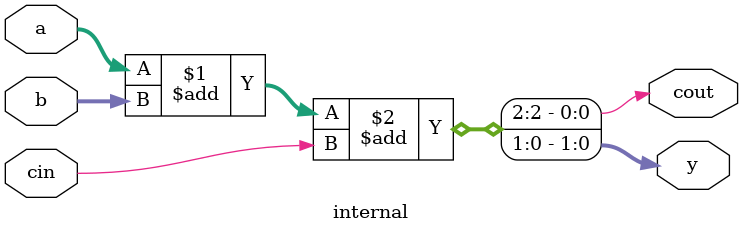
<source format=v>
module internal #(
    parameter N = 2
) (
    input wire [N-1: 0] a,
    input wire [N-1: 0] b,
    input wire cin,
    output wire [N-1: 0] y,
    output wire cout
);

assign {cout, y} = a + b + cin;

endmodule

</source>
